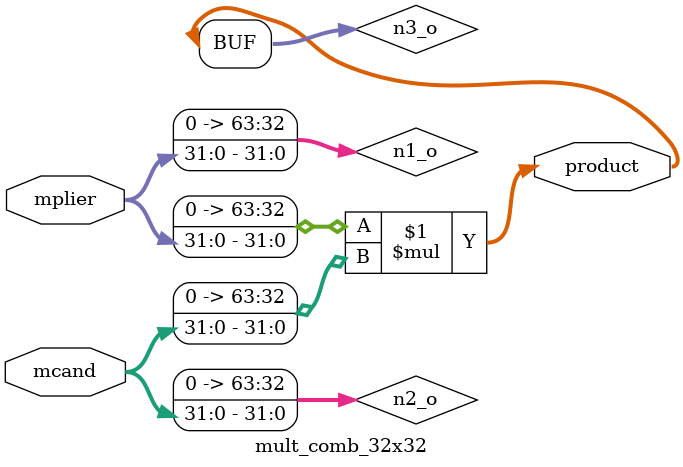
<source format=v>
module mult_comb_32x32
  (input  [31:0] mplier,
   input  [31:0] mcand,
   output [63:0] product);
  wire [63:0] n1_o;
  wire [63:0] n2_o;
  wire [63:0] n3_o;
  assign product = n3_o;
  /* src/mult_comb_nxn.vhd:17:50  */
  assign n1_o = {32'b0, mplier};  //  uext
  /* src/mult_comb_nxn.vhd:17:50  */
  assign n2_o = {32'b0, mcand};  //  uext
  /* src/mult_comb_nxn.vhd:17:50  */
  assign n3_o = n1_o * n2_o; // umul
endmodule


</source>
